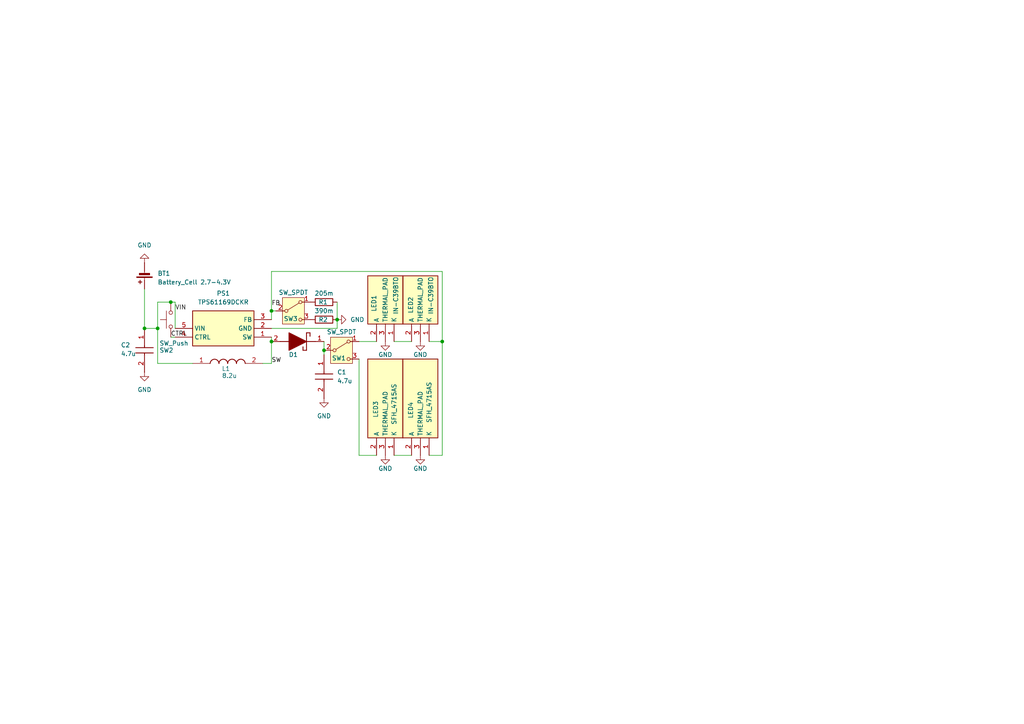
<source format=kicad_sch>
(kicad_sch
	(version 20231120)
	(generator "eeschema")
	(generator_version "8.0")
	(uuid "73a5a3b1-15cd-405f-a3ba-99b7da99a7c0")
	(paper "A4")
	(lib_symbols
		(symbol "Custom_Parts:IN-C39BTO"
			(exclude_from_sim no)
			(in_bom yes)
			(on_board yes)
			(property "Reference" "LED"
				(at 10.16 6.858 0)
				(effects
					(font
						(size 1.27 1.27)
					)
					(justify left top)
				)
			)
			(property "Value" "IN-C39BTO"
				(at 6.604 4.572 0)
				(effects
					(font
						(size 1.27 1.27)
					)
					(justify left top)
				)
			)
			(property "Footprint" "Custom_Parts:IN-C39BTOU2_Landing_Pad"
				(at 29.21 -94.92 0)
				(effects
					(font
						(size 1.27 1.27)
					)
					(justify left top)
					(hide yes)
				)
			)
			(property "Datasheet" "https://www.mouser.com/datasheet/2/180/IN_C39_X_TO_UV_Series_V1_0-1488278.pdf"
				(at 29.21 -194.92 0)
				(effects
					(font
						(size 1.27 1.27)
					)
					(justify left top)
					(hide yes)
				)
			)
			(property "Description" "High-power(5W) UV LED with Good Thermal Dissipation and High Efficiency"
				(at 18.034 -9.398 0)
				(effects
					(font
						(size 1.27 1.27)
					)
					(hide yes)
				)
			)
			(property "Height" "2.56"
				(at 29.21 -394.92 0)
				(effects
					(font
						(size 1.27 1.27)
					)
					(justify left top)
					(hide yes)
				)
			)
			(property "Mouser Part Number" "743-IN-C39BTOU2"
				(at 29.21 -494.92 0)
				(effects
					(font
						(size 1.27 1.27)
					)
					(justify left top)
					(hide yes)
				)
			)
			(property "Mouser Price/Stock" "https://www.mouser.com/ProductDetail/743-IN-C39BTOU2"
				(at 29.21 -594.92 0)
				(effects
					(font
						(size 1.27 1.27)
					)
					(justify left top)
					(hide yes)
				)
			)
			(property "Manufacturer_Name" "Inolux"
				(at 29.21 -694.92 0)
				(effects
					(font
						(size 1.27 1.27)
					)
					(justify left top)
					(hide yes)
				)
			)
			(property "Manufacturer_Part_Number" "IN-C39BTOU2"
				(at 29.21 -794.92 0)
				(effects
					(font
						(size 1.27 1.27)
					)
					(justify left top)
					(hide yes)
				)
			)
			(symbol "IN-C39BTO_1_1"
				(rectangle
					(start 5.08 2.54)
					(end 19.05 -7.62)
					(stroke
						(width 0.254)
						(type default)
					)
					(fill
						(type background)
					)
				)
				(pin passive line
					(at 0 -5.08 0)
					(length 5.08)
					(name "K"
						(effects
							(font
								(size 1.27 1.27)
							)
						)
					)
					(number "1"
						(effects
							(font
								(size 1.27 1.27)
							)
						)
					)
				)
				(pin passive line
					(at 0 0 0)
					(length 5.08)
					(name "A"
						(effects
							(font
								(size 1.27 1.27)
							)
						)
					)
					(number "2"
						(effects
							(font
								(size 1.27 1.27)
							)
						)
					)
				)
				(pin passive line
					(at 0 -2.54 0)
					(length 5.08)
					(name "THERMAL_PAD"
						(effects
							(font
								(size 1.27 1.27)
							)
						)
					)
					(number "3"
						(effects
							(font
								(size 1.27 1.27)
							)
						)
					)
				)
			)
		)
		(symbol "Device:Battery_Cell"
			(pin_numbers hide)
			(pin_names
				(offset 0) hide)
			(exclude_from_sim no)
			(in_bom yes)
			(on_board yes)
			(property "Reference" "BT"
				(at 2.54 2.54 0)
				(effects
					(font
						(size 1.27 1.27)
					)
					(justify left)
				)
			)
			(property "Value" "Battery_Cell"
				(at 2.54 0 0)
				(effects
					(font
						(size 1.27 1.27)
					)
					(justify left)
				)
			)
			(property "Footprint" ""
				(at 0 1.524 90)
				(effects
					(font
						(size 1.27 1.27)
					)
					(hide yes)
				)
			)
			(property "Datasheet" "~"
				(at 0 1.524 90)
				(effects
					(font
						(size 1.27 1.27)
					)
					(hide yes)
				)
			)
			(property "Description" "Single-cell battery"
				(at 0 0 0)
				(effects
					(font
						(size 1.27 1.27)
					)
					(hide yes)
				)
			)
			(property "ki_keywords" "battery cell"
				(at 0 0 0)
				(effects
					(font
						(size 1.27 1.27)
					)
					(hide yes)
				)
			)
			(symbol "Battery_Cell_0_1"
				(rectangle
					(start -2.286 1.778)
					(end 2.286 1.524)
					(stroke
						(width 0)
						(type default)
					)
					(fill
						(type outline)
					)
				)
				(rectangle
					(start -1.524 1.016)
					(end 1.524 0.508)
					(stroke
						(width 0)
						(type default)
					)
					(fill
						(type outline)
					)
				)
				(polyline
					(pts
						(xy 0 0.762) (xy 0 0)
					)
					(stroke
						(width 0)
						(type default)
					)
					(fill
						(type none)
					)
				)
				(polyline
					(pts
						(xy 0 1.778) (xy 0 2.54)
					)
					(stroke
						(width 0)
						(type default)
					)
					(fill
						(type none)
					)
				)
				(polyline
					(pts
						(xy 0.762 3.048) (xy 1.778 3.048)
					)
					(stroke
						(width 0.254)
						(type default)
					)
					(fill
						(type none)
					)
				)
				(polyline
					(pts
						(xy 1.27 3.556) (xy 1.27 2.54)
					)
					(stroke
						(width 0.254)
						(type default)
					)
					(fill
						(type none)
					)
				)
			)
			(symbol "Battery_Cell_1_1"
				(pin passive line
					(at 0 5.08 270)
					(length 2.54)
					(name "+"
						(effects
							(font
								(size 1.27 1.27)
							)
						)
					)
					(number "1"
						(effects
							(font
								(size 1.27 1.27)
							)
						)
					)
				)
				(pin passive line
					(at 0 -2.54 90)
					(length 2.54)
					(name "-"
						(effects
							(font
								(size 1.27 1.27)
							)
						)
					)
					(number "2"
						(effects
							(font
								(size 1.27 1.27)
							)
						)
					)
				)
			)
		)
		(symbol "Device:R"
			(pin_numbers hide)
			(pin_names
				(offset 0)
			)
			(exclude_from_sim no)
			(in_bom yes)
			(on_board yes)
			(property "Reference" "R"
				(at 2.032 0 90)
				(effects
					(font
						(size 1.27 1.27)
					)
				)
			)
			(property "Value" "R"
				(at 0 0 90)
				(effects
					(font
						(size 1.27 1.27)
					)
				)
			)
			(property "Footprint" ""
				(at -1.778 0 90)
				(effects
					(font
						(size 1.27 1.27)
					)
					(hide yes)
				)
			)
			(property "Datasheet" "~"
				(at 0 0 0)
				(effects
					(font
						(size 1.27 1.27)
					)
					(hide yes)
				)
			)
			(property "Description" "Resistor"
				(at 0 0 0)
				(effects
					(font
						(size 1.27 1.27)
					)
					(hide yes)
				)
			)
			(property "ki_keywords" "R res resistor"
				(at 0 0 0)
				(effects
					(font
						(size 1.27 1.27)
					)
					(hide yes)
				)
			)
			(property "ki_fp_filters" "R_*"
				(at 0 0 0)
				(effects
					(font
						(size 1.27 1.27)
					)
					(hide yes)
				)
			)
			(symbol "R_0_1"
				(rectangle
					(start -1.016 -2.54)
					(end 1.016 2.54)
					(stroke
						(width 0.254)
						(type default)
					)
					(fill
						(type none)
					)
				)
			)
			(symbol "R_1_1"
				(pin passive line
					(at 0 3.81 270)
					(length 1.27)
					(name "~"
						(effects
							(font
								(size 1.27 1.27)
							)
						)
					)
					(number "1"
						(effects
							(font
								(size 1.27 1.27)
							)
						)
					)
				)
				(pin passive line
					(at 0 -3.81 90)
					(length 1.27)
					(name "~"
						(effects
							(font
								(size 1.27 1.27)
							)
						)
					)
					(number "2"
						(effects
							(font
								(size 1.27 1.27)
							)
						)
					)
				)
			)
		)
		(symbol "SamacSys_Parts:74438357082"
			(pin_names hide)
			(exclude_from_sim no)
			(in_bom yes)
			(on_board yes)
			(property "Reference" "L"
				(at 16.51 6.35 0)
				(effects
					(font
						(size 1.27 1.27)
					)
					(justify left top)
				)
			)
			(property "Value" "74438357082"
				(at 16.51 3.81 0)
				(effects
					(font
						(size 1.27 1.27)
					)
					(justify left top)
				)
			)
			(property "Footprint" "74438357082"
				(at 16.51 -96.19 0)
				(effects
					(font
						(size 1.27 1.27)
					)
					(justify left top)
					(hide yes)
				)
			)
			(property "Datasheet" "https://componentsearchengine.com/Datasheets/2/74438357082.pdf"
				(at 16.51 -196.19 0)
				(effects
					(font
						(size 1.27 1.27)
					)
					(justify left top)
					(hide yes)
				)
			)
			(property "Description" "WURTH ELEKTRONIK - 74438357082 - Power Inductor (SMD), 8.2 H, 2.8 A, Shielded, 5.2 A, WE-MAPI Series, 4.1mm x 4.1mm x 3.1mm"
				(at 0 0 0)
				(effects
					(font
						(size 1.27 1.27)
					)
					(hide yes)
				)
			)
			(property "Height" "3.1"
				(at 16.51 -396.19 0)
				(effects
					(font
						(size 1.27 1.27)
					)
					(justify left top)
					(hide yes)
				)
			)
			(property "Mouser Part Number" "710-74438357082"
				(at 16.51 -496.19 0)
				(effects
					(font
						(size 1.27 1.27)
					)
					(justify left top)
					(hide yes)
				)
			)
			(property "Mouser Price/Stock" "https://www.mouser.co.uk/ProductDetail/Wurth-Elektronik/74438357082?qs=AQlKX63v8RvaY%2FvJVfZzHA%3D%3D"
				(at 16.51 -596.19 0)
				(effects
					(font
						(size 1.27 1.27)
					)
					(justify left top)
					(hide yes)
				)
			)
			(property "Manufacturer_Name" "Wurth Elektronik"
				(at 16.51 -696.19 0)
				(effects
					(font
						(size 1.27 1.27)
					)
					(justify left top)
					(hide yes)
				)
			)
			(property "Manufacturer_Part_Number" "74438357082"
				(at 16.51 -796.19 0)
				(effects
					(font
						(size 1.27 1.27)
					)
					(justify left top)
					(hide yes)
				)
			)
			(symbol "74438357082_1_1"
				(arc
					(start 7.62 0)
					(mid 6.35 1.219)
					(end 5.08 0)
					(stroke
						(width 0.254)
						(type default)
					)
					(fill
						(type none)
					)
				)
				(arc
					(start 10.16 0)
					(mid 8.89 1.219)
					(end 7.62 0)
					(stroke
						(width 0.254)
						(type default)
					)
					(fill
						(type none)
					)
				)
				(arc
					(start 12.7 0)
					(mid 11.43 1.219)
					(end 10.16 0)
					(stroke
						(width 0.254)
						(type default)
					)
					(fill
						(type none)
					)
				)
				(arc
					(start 15.24 0)
					(mid 13.97 1.219)
					(end 12.7 0)
					(stroke
						(width 0.254)
						(type default)
					)
					(fill
						(type none)
					)
				)
				(pin passive line
					(at 0 0 0)
					(length 5.08)
					(name "1"
						(effects
							(font
								(size 1.27 1.27)
							)
						)
					)
					(number "1"
						(effects
							(font
								(size 1.27 1.27)
							)
						)
					)
				)
				(pin passive line
					(at 20.32 0 180)
					(length 5.08)
					(name "2"
						(effects
							(font
								(size 1.27 1.27)
							)
						)
					)
					(number "2"
						(effects
							(font
								(size 1.27 1.27)
							)
						)
					)
				)
			)
		)
		(symbol "SamacSys_Parts:CL21A475KAQNNNE"
			(pin_names hide)
			(exclude_from_sim no)
			(in_bom yes)
			(on_board yes)
			(property "Reference" "C"
				(at 8.89 6.35 0)
				(effects
					(font
						(size 1.27 1.27)
					)
					(justify left top)
				)
			)
			(property "Value" "CL21A475KAQNNNE"
				(at 8.89 3.81 0)
				(effects
					(font
						(size 1.27 1.27)
					)
					(justify left top)
				)
			)
			(property "Footprint" "CAPC2012X140N"
				(at 8.89 -96.19 0)
				(effects
					(font
						(size 1.27 1.27)
					)
					(justify left top)
					(hide yes)
				)
			)
			(property "Datasheet" "https://datasheet.datasheetarchive.com/originals/distributors/Datasheets_SAMA/7c2e9fae61a8ce6685f6522ddec12c79.pdf"
				(at 8.89 -196.19 0)
				(effects
					(font
						(size 1.27 1.27)
					)
					(justify left top)
					(hide yes)
				)
			)
			(property "Description" "SAMSUNG ELECTRO-MECHANICS - CL21A475KAQNNNE - CAP, 4.7UF, 25V, MLCC, 0805"
				(at 0 0 0)
				(effects
					(font
						(size 1.27 1.27)
					)
					(hide yes)
				)
			)
			(property "Height" "1.4"
				(at 8.89 -396.19 0)
				(effects
					(font
						(size 1.27 1.27)
					)
					(justify left top)
					(hide yes)
				)
			)
			(property "Mouser Part Number" "187-CL21A475KAQNNNE"
				(at 8.89 -496.19 0)
				(effects
					(font
						(size 1.27 1.27)
					)
					(justify left top)
					(hide yes)
				)
			)
			(property "Mouser Price/Stock" "https://www.mouser.co.uk/ProductDetail/Samsung-Electro-Mechanics/CL21A475KAQNNNE?qs=yOVawPpwOwkWIBpK%2Fbg0Aw%3D%3D"
				(at 8.89 -596.19 0)
				(effects
					(font
						(size 1.27 1.27)
					)
					(justify left top)
					(hide yes)
				)
			)
			(property "Manufacturer_Name" "SAMSUNG"
				(at 8.89 -696.19 0)
				(effects
					(font
						(size 1.27 1.27)
					)
					(justify left top)
					(hide yes)
				)
			)
			(property "Manufacturer_Part_Number" "CL21A475KAQNNNE"
				(at 8.89 -796.19 0)
				(effects
					(font
						(size 1.27 1.27)
					)
					(justify left top)
					(hide yes)
				)
			)
			(symbol "CL21A475KAQNNNE_1_1"
				(polyline
					(pts
						(xy 5.08 0) (xy 5.588 0)
					)
					(stroke
						(width 0.254)
						(type default)
					)
					(fill
						(type none)
					)
				)
				(polyline
					(pts
						(xy 5.588 2.54) (xy 5.588 -2.54)
					)
					(stroke
						(width 0.254)
						(type default)
					)
					(fill
						(type none)
					)
				)
				(polyline
					(pts
						(xy 7.112 0) (xy 7.62 0)
					)
					(stroke
						(width 0.254)
						(type default)
					)
					(fill
						(type none)
					)
				)
				(polyline
					(pts
						(xy 7.112 2.54) (xy 7.112 -2.54)
					)
					(stroke
						(width 0.254)
						(type default)
					)
					(fill
						(type none)
					)
				)
				(pin passive line
					(at 0 0 0)
					(length 5.08)
					(name "1"
						(effects
							(font
								(size 1.27 1.27)
							)
						)
					)
					(number "1"
						(effects
							(font
								(size 1.27 1.27)
							)
						)
					)
				)
				(pin passive line
					(at 12.7 0 180)
					(length 5.08)
					(name "2"
						(effects
							(font
								(size 1.27 1.27)
							)
						)
					)
					(number "2"
						(effects
							(font
								(size 1.27 1.27)
							)
						)
					)
				)
			)
		)
		(symbol "SamacSys_Parts:CUHS20S30,H3F"
			(pin_names hide)
			(exclude_from_sim no)
			(in_bom yes)
			(on_board yes)
			(property "Reference" "D"
				(at 12.7 8.89 0)
				(effects
					(font
						(size 1.27 1.27)
					)
					(justify left top)
				)
			)
			(property "Value" "CUHS20S30,H3F"
				(at 12.7 6.35 0)
				(effects
					(font
						(size 1.27 1.27)
					)
					(justify left top)
				)
			)
			(property "Footprint" "CUHS20S40H3F"
				(at 12.7 -93.65 0)
				(effects
					(font
						(size 1.27 1.27)
					)
					(justify left top)
					(hide yes)
				)
			)
			(property "Datasheet" "https://toshiba.semicon-storage.com/info/docget.jsp?did=63606&prodName=CUHS20S30"
				(at 12.7 -193.65 0)
				(effects
					(font
						(size 1.27 1.27)
					)
					(justify left top)
					(hide yes)
				)
			)
			(property "Description" "Schottky Diodes & Rectifiers Sml-Signal Schottky 2A 30V 390pF"
				(at 0 0 0)
				(effects
					(font
						(size 1.27 1.27)
					)
					(hide yes)
				)
			)
			(property "Height" ""
				(at 12.7 -393.65 0)
				(effects
					(font
						(size 1.27 1.27)
					)
					(justify left top)
					(hide yes)
				)
			)
			(property "Mouser Part Number" "757-CUHS20S30H3F"
				(at 12.7 -493.65 0)
				(effects
					(font
						(size 1.27 1.27)
					)
					(justify left top)
					(hide yes)
				)
			)
			(property "Mouser Price/Stock" "https://www.mouser.co.uk/ProductDetail/Toshiba/CUHS20S30H3F?qs=PqoDHHvF64%252BnIC9Qnnw9zg%3D%3D"
				(at 12.7 -593.65 0)
				(effects
					(font
						(size 1.27 1.27)
					)
					(justify left top)
					(hide yes)
				)
			)
			(property "Manufacturer_Name" "Toshiba"
				(at 12.7 -693.65 0)
				(effects
					(font
						(size 1.27 1.27)
					)
					(justify left top)
					(hide yes)
				)
			)
			(property "Manufacturer_Part_Number" "CUHS20S30,H3F"
				(at 12.7 -793.65 0)
				(effects
					(font
						(size 1.27 1.27)
					)
					(justify left top)
					(hide yes)
				)
			)
			(symbol "CUHS20S30,H3F_1_1"
				(polyline
					(pts
						(xy 5.08 0) (xy 7.62 0)
					)
					(stroke
						(width 0.254)
						(type default)
					)
					(fill
						(type none)
					)
				)
				(polyline
					(pts
						(xy 6.604 -1.524) (xy 6.604 -2.54)
					)
					(stroke
						(width 0.254)
						(type default)
					)
					(fill
						(type none)
					)
				)
				(polyline
					(pts
						(xy 7.62 -2.54) (xy 6.604 -2.54)
					)
					(stroke
						(width 0.254)
						(type default)
					)
					(fill
						(type none)
					)
				)
				(polyline
					(pts
						(xy 7.62 2.54) (xy 7.62 -2.54)
					)
					(stroke
						(width 0.254)
						(type default)
					)
					(fill
						(type none)
					)
				)
				(polyline
					(pts
						(xy 7.62 2.54) (xy 8.636 2.54)
					)
					(stroke
						(width 0.254)
						(type default)
					)
					(fill
						(type none)
					)
				)
				(polyline
					(pts
						(xy 8.636 1.524) (xy 8.636 2.54)
					)
					(stroke
						(width 0.254)
						(type default)
					)
					(fill
						(type none)
					)
				)
				(polyline
					(pts
						(xy 12.7 0) (xy 15.24 0)
					)
					(stroke
						(width 0.254)
						(type default)
					)
					(fill
						(type none)
					)
				)
				(polyline
					(pts
						(xy 7.62 0) (xy 12.7 2.54) (xy 12.7 -2.54) (xy 7.62 0)
					)
					(stroke
						(width 0.254)
						(type default)
					)
					(fill
						(type outline)
					)
				)
				(pin passive line
					(at 2.54 0 0)
					(length 2.54)
					(name "K"
						(effects
							(font
								(size 1.27 1.27)
							)
						)
					)
					(number "1"
						(effects
							(font
								(size 1.27 1.27)
							)
						)
					)
				)
				(pin passive line
					(at 17.78 0 180)
					(length 2.54)
					(name "A"
						(effects
							(font
								(size 1.27 1.27)
							)
						)
					)
					(number "2"
						(effects
							(font
								(size 1.27 1.27)
							)
						)
					)
				)
			)
		)
		(symbol "SamacSys_Parts:SFH_4715AS"
			(exclude_from_sim no)
			(in_bom yes)
			(on_board yes)
			(property "Reference" "LED"
				(at 29.21 7.62 0)
				(effects
					(font
						(size 1.27 1.27)
					)
					(justify left top)
				)
			)
			(property "Value" "SFH_4715AS"
				(at 29.21 5.08 0)
				(effects
					(font
						(size 1.27 1.27)
					)
					(justify left top)
				)
			)
			(property "Footprint" "SFH_4715AS"
				(at 29.21 -94.92 0)
				(effects
					(font
						(size 1.27 1.27)
					)
					(justify left top)
					(hide yes)
				)
			)
			(property "Datasheet" "https://datasheet.datasheetarchive.com/originals/distributors/DKDS41/DSANUWW0036947.pdf"
				(at 29.21 -194.92 0)
				(effects
					(font
						(size 1.27 1.27)
					)
					(justify left top)
					(hide yes)
				)
			)
			(property "Description" "Osram Opto SFH 4715AS, OSLON Black 860nm IR LED, 3.85 x 3.85 mm SMD package"
				(at 0 0 0)
				(effects
					(font
						(size 1.27 1.27)
					)
					(hide yes)
				)
			)
			(property "Height" "1.51"
				(at 29.21 -394.92 0)
				(effects
					(font
						(size 1.27 1.27)
					)
					(justify left top)
					(hide yes)
				)
			)
			(property "Mouser Part Number" "720-SFH4715AS"
				(at 29.21 -494.92 0)
				(effects
					(font
						(size 1.27 1.27)
					)
					(justify left top)
					(hide yes)
				)
			)
			(property "Mouser Price/Stock" "https://www.mouser.co.uk/ProductDetail/ams-OSRAM/SFH-4715AS?qs=SzIX745sIXGcHIuWuiIgFw%3D%3D"
				(at 29.21 -594.92 0)
				(effects
					(font
						(size 1.27 1.27)
					)
					(justify left top)
					(hide yes)
				)
			)
			(property "Manufacturer_Name" "ams OSRAM"
				(at 29.21 -694.92 0)
				(effects
					(font
						(size 1.27 1.27)
					)
					(justify left top)
					(hide yes)
				)
			)
			(property "Manufacturer_Part_Number" "SFH 4715AS"
				(at 29.21 -794.92 0)
				(effects
					(font
						(size 1.27 1.27)
					)
					(justify left top)
					(hide yes)
				)
			)
			(symbol "SFH_4715AS_1_1"
				(rectangle
					(start 5.08 2.54)
					(end 27.94 -7.62)
					(stroke
						(width 0.254)
						(type default)
					)
					(fill
						(type background)
					)
				)
				(pin passive line
					(at 0 -5.08 0)
					(length 5.08)
					(name "K"
						(effects
							(font
								(size 1.27 1.27)
							)
						)
					)
					(number "1"
						(effects
							(font
								(size 1.27 1.27)
							)
						)
					)
				)
				(pin passive line
					(at 0 0 0)
					(length 5.08)
					(name "A"
						(effects
							(font
								(size 1.27 1.27)
							)
						)
					)
					(number "2"
						(effects
							(font
								(size 1.27 1.27)
							)
						)
					)
				)
				(pin passive line
					(at 0 -2.54 0)
					(length 5.08)
					(name "THERMAL_PAD"
						(effects
							(font
								(size 1.27 1.27)
							)
						)
					)
					(number "3"
						(effects
							(font
								(size 1.27 1.27)
							)
						)
					)
				)
			)
		)
		(symbol "SamacSys_Parts:TPS61169DCKR"
			(exclude_from_sim no)
			(in_bom yes)
			(on_board yes)
			(property "Reference" "PS"
				(at 24.13 7.62 0)
				(effects
					(font
						(size 1.27 1.27)
					)
					(justify left top)
				)
			)
			(property "Value" "TPS61169DCKR"
				(at 24.13 5.08 0)
				(effects
					(font
						(size 1.27 1.27)
					)
					(justify left top)
				)
			)
			(property "Footprint" "SOT65P210X110-5N"
				(at 24.13 -94.92 0)
				(effects
					(font
						(size 1.27 1.27)
					)
					(justify left top)
					(hide yes)
				)
			)
			(property "Datasheet" "http://www.ti.com/lit/gpn/tps61169"
				(at 24.13 -194.92 0)
				(effects
					(font
						(size 1.27 1.27)
					)
					(justify left top)
					(hide yes)
				)
			)
			(property "Description" "TPS61169 38-V High-Current Boost WLED Driver "
				(at 0 0 0)
				(effects
					(font
						(size 1.27 1.27)
					)
					(hide yes)
				)
			)
			(property "Height" "1.1"
				(at 24.13 -394.92 0)
				(effects
					(font
						(size 1.27 1.27)
					)
					(justify left top)
					(hide yes)
				)
			)
			(property "Mouser Part Number" "595-TPS61169DCKR"
				(at 24.13 -494.92 0)
				(effects
					(font
						(size 1.27 1.27)
					)
					(justify left top)
					(hide yes)
				)
			)
			(property "Mouser Price/Stock" "https://www.mouser.co.uk/ProductDetail/Texas-Instruments/TPS61169DCKR?qs=pqSajtDZXRUDQbMtko%2F5HQ%3D%3D"
				(at 24.13 -594.92 0)
				(effects
					(font
						(size 1.27 1.27)
					)
					(justify left top)
					(hide yes)
				)
			)
			(property "Manufacturer_Name" "Texas Instruments"
				(at 24.13 -694.92 0)
				(effects
					(font
						(size 1.27 1.27)
					)
					(justify left top)
					(hide yes)
				)
			)
			(property "Manufacturer_Part_Number" "TPS61169DCKR"
				(at 24.13 -794.92 0)
				(effects
					(font
						(size 1.27 1.27)
					)
					(justify left top)
					(hide yes)
				)
			)
			(symbol "TPS61169DCKR_1_1"
				(rectangle
					(start 5.08 2.54)
					(end 22.86 -7.62)
					(stroke
						(width 0.254)
						(type default)
					)
					(fill
						(type background)
					)
				)
				(pin output line
					(at 0 0 0)
					(length 5.08)
					(name "SW"
						(effects
							(font
								(size 1.27 1.27)
							)
						)
					)
					(number "1"
						(effects
							(font
								(size 1.27 1.27)
							)
						)
					)
				)
				(pin power_in line
					(at 0 -2.54 0)
					(length 5.08)
					(name "GND"
						(effects
							(font
								(size 1.27 1.27)
							)
						)
					)
					(number "2"
						(effects
							(font
								(size 1.27 1.27)
							)
						)
					)
				)
				(pin input line
					(at 0 -5.08 0)
					(length 5.08)
					(name "FB"
						(effects
							(font
								(size 1.27 1.27)
							)
						)
					)
					(number "3"
						(effects
							(font
								(size 1.27 1.27)
							)
						)
					)
				)
				(pin input line
					(at 27.94 0 180)
					(length 5.08)
					(name "CTRL"
						(effects
							(font
								(size 1.27 1.27)
							)
						)
					)
					(number "4"
						(effects
							(font
								(size 1.27 1.27)
							)
						)
					)
				)
				(pin power_in line
					(at 27.94 -2.54 180)
					(length 5.08)
					(name "VIN"
						(effects
							(font
								(size 1.27 1.27)
							)
						)
					)
					(number "5"
						(effects
							(font
								(size 1.27 1.27)
							)
						)
					)
				)
			)
		)
		(symbol "Switch:SW_Push"
			(pin_numbers hide)
			(pin_names
				(offset 1.016) hide)
			(exclude_from_sim no)
			(in_bom yes)
			(on_board yes)
			(property "Reference" "SW"
				(at 1.27 2.54 0)
				(effects
					(font
						(size 1.27 1.27)
					)
					(justify left)
				)
			)
			(property "Value" "SW_Push"
				(at 0 -1.524 0)
				(effects
					(font
						(size 1.27 1.27)
					)
				)
			)
			(property "Footprint" ""
				(at 0 5.08 0)
				(effects
					(font
						(size 1.27 1.27)
					)
					(hide yes)
				)
			)
			(property "Datasheet" "~"
				(at 0 5.08 0)
				(effects
					(font
						(size 1.27 1.27)
					)
					(hide yes)
				)
			)
			(property "Description" "Push button switch, generic, two pins"
				(at 0 0 0)
				(effects
					(font
						(size 1.27 1.27)
					)
					(hide yes)
				)
			)
			(property "ki_keywords" "switch normally-open pushbutton push-button"
				(at 0 0 0)
				(effects
					(font
						(size 1.27 1.27)
					)
					(hide yes)
				)
			)
			(symbol "SW_Push_0_1"
				(circle
					(center -2.032 0)
					(radius 0.508)
					(stroke
						(width 0)
						(type default)
					)
					(fill
						(type none)
					)
				)
				(polyline
					(pts
						(xy 0 1.27) (xy 0 3.048)
					)
					(stroke
						(width 0)
						(type default)
					)
					(fill
						(type none)
					)
				)
				(polyline
					(pts
						(xy 2.54 1.27) (xy -2.54 1.27)
					)
					(stroke
						(width 0)
						(type default)
					)
					(fill
						(type none)
					)
				)
				(circle
					(center 2.032 0)
					(radius 0.508)
					(stroke
						(width 0)
						(type default)
					)
					(fill
						(type none)
					)
				)
				(pin passive line
					(at -5.08 0 0)
					(length 2.54)
					(name "1"
						(effects
							(font
								(size 1.27 1.27)
							)
						)
					)
					(number "1"
						(effects
							(font
								(size 1.27 1.27)
							)
						)
					)
				)
				(pin passive line
					(at 5.08 0 180)
					(length 2.54)
					(name "2"
						(effects
							(font
								(size 1.27 1.27)
							)
						)
					)
					(number "2"
						(effects
							(font
								(size 1.27 1.27)
							)
						)
					)
				)
			)
		)
		(symbol "Switch:SW_SPDT"
			(pin_names
				(offset 0) hide)
			(exclude_from_sim no)
			(in_bom yes)
			(on_board yes)
			(property "Reference" "SW"
				(at 0 5.08 0)
				(effects
					(font
						(size 1.27 1.27)
					)
				)
			)
			(property "Value" "SW_SPDT"
				(at 0 -5.08 0)
				(effects
					(font
						(size 1.27 1.27)
					)
				)
			)
			(property "Footprint" ""
				(at 0 0 0)
				(effects
					(font
						(size 1.27 1.27)
					)
					(hide yes)
				)
			)
			(property "Datasheet" "~"
				(at 0 -7.62 0)
				(effects
					(font
						(size 1.27 1.27)
					)
					(hide yes)
				)
			)
			(property "Description" "Switch, single pole double throw"
				(at 0 0 0)
				(effects
					(font
						(size 1.27 1.27)
					)
					(hide yes)
				)
			)
			(property "ki_keywords" "switch single-pole double-throw spdt ON-ON"
				(at 0 0 0)
				(effects
					(font
						(size 1.27 1.27)
					)
					(hide yes)
				)
			)
			(symbol "SW_SPDT_0_1"
				(circle
					(center -2.032 0)
					(radius 0.4572)
					(stroke
						(width 0)
						(type default)
					)
					(fill
						(type none)
					)
				)
				(polyline
					(pts
						(xy -1.651 0.254) (xy 1.651 2.286)
					)
					(stroke
						(width 0)
						(type default)
					)
					(fill
						(type none)
					)
				)
				(circle
					(center 2.032 -2.54)
					(radius 0.4572)
					(stroke
						(width 0)
						(type default)
					)
					(fill
						(type none)
					)
				)
				(circle
					(center 2.032 2.54)
					(radius 0.4572)
					(stroke
						(width 0)
						(type default)
					)
					(fill
						(type none)
					)
				)
			)
			(symbol "SW_SPDT_1_1"
				(rectangle
					(start -3.175 3.81)
					(end 3.175 -3.81)
					(stroke
						(width 0)
						(type default)
					)
					(fill
						(type background)
					)
				)
				(pin passive line
					(at 5.08 2.54 180)
					(length 2.54)
					(name "A"
						(effects
							(font
								(size 1.27 1.27)
							)
						)
					)
					(number "1"
						(effects
							(font
								(size 1.27 1.27)
							)
						)
					)
				)
				(pin passive line
					(at -5.08 0 0)
					(length 2.54)
					(name "B"
						(effects
							(font
								(size 1.27 1.27)
							)
						)
					)
					(number "2"
						(effects
							(font
								(size 1.27 1.27)
							)
						)
					)
				)
				(pin passive line
					(at 5.08 -2.54 180)
					(length 2.54)
					(name "C"
						(effects
							(font
								(size 1.27 1.27)
							)
						)
					)
					(number "3"
						(effects
							(font
								(size 1.27 1.27)
							)
						)
					)
				)
			)
		)
		(symbol "power:GND"
			(power)
			(pin_numbers hide)
			(pin_names
				(offset 0) hide)
			(exclude_from_sim no)
			(in_bom yes)
			(on_board yes)
			(property "Reference" "#PWR"
				(at 0 -6.35 0)
				(effects
					(font
						(size 1.27 1.27)
					)
					(hide yes)
				)
			)
			(property "Value" "GND"
				(at 0 -3.81 0)
				(effects
					(font
						(size 1.27 1.27)
					)
				)
			)
			(property "Footprint" ""
				(at 0 0 0)
				(effects
					(font
						(size 1.27 1.27)
					)
					(hide yes)
				)
			)
			(property "Datasheet" ""
				(at 0 0 0)
				(effects
					(font
						(size 1.27 1.27)
					)
					(hide yes)
				)
			)
			(property "Description" "Power symbol creates a global label with name \"GND\" , ground"
				(at 0 0 0)
				(effects
					(font
						(size 1.27 1.27)
					)
					(hide yes)
				)
			)
			(property "ki_keywords" "global power"
				(at 0 0 0)
				(effects
					(font
						(size 1.27 1.27)
					)
					(hide yes)
				)
			)
			(symbol "GND_0_1"
				(polyline
					(pts
						(xy 0 0) (xy 0 -1.27) (xy 1.27 -1.27) (xy 0 -2.54) (xy -1.27 -1.27) (xy 0 -1.27)
					)
					(stroke
						(width 0)
						(type default)
					)
					(fill
						(type none)
					)
				)
			)
			(symbol "GND_1_1"
				(pin power_in line
					(at 0 0 270)
					(length 0)
					(name "~"
						(effects
							(font
								(size 1.27 1.27)
							)
						)
					)
					(number "1"
						(effects
							(font
								(size 1.27 1.27)
							)
						)
					)
				)
			)
		)
	)
	(junction
		(at 78.74 90.17)
		(diameter 0)
		(color 0 0 0 0)
		(uuid "25649365-3fc3-4d54-9e33-f6ac1d398e4e")
	)
	(junction
		(at 97.79 92.71)
		(diameter 0)
		(color 0 0 0 0)
		(uuid "2ec4896b-3028-4ff6-ab7d-5216aba124f2")
	)
	(junction
		(at 41.91 95.25)
		(diameter 0)
		(color 0 0 0 0)
		(uuid "b9451398-9a1e-4a91-b2dc-ae6647a7cbb3")
	)
	(junction
		(at 49.53 87.63)
		(diameter 0)
		(color 0 0 0 0)
		(uuid "c0b6189a-bb40-457e-b51a-4e1d5b6fec69")
	)
	(junction
		(at 93.98 101.6)
		(diameter 0)
		(color 0 0 0 0)
		(uuid "c700e87b-9906-4e41-bcb9-58f4752281aa")
	)
	(junction
		(at 128.27 99.06)
		(diameter 0)
		(color 0 0 0 0)
		(uuid "d948d969-2964-4cd2-b621-9c4766149c0d")
	)
	(junction
		(at 45.72 95.25)
		(diameter 0)
		(color 0 0 0 0)
		(uuid "daf1feef-0565-43f1-bfe0-3569c0d5d70b")
	)
	(junction
		(at 78.74 99.06)
		(diameter 0)
		(color 0 0 0 0)
		(uuid "ee13aeb1-f5a2-4a5d-ac0f-b33f8713d507")
	)
	(wire
		(pts
			(xy 128.27 99.06) (xy 128.27 132.08)
		)
		(stroke
			(width 0)
			(type default)
		)
		(uuid "007bffbe-e186-41af-8061-4b27eda96df1")
	)
	(wire
		(pts
			(xy 78.74 95.25) (xy 97.79 95.25)
		)
		(stroke
			(width 0)
			(type default)
		)
		(uuid "054e2be3-1562-4881-958b-735355355651")
	)
	(wire
		(pts
			(xy 78.74 99.06) (xy 78.74 105.41)
		)
		(stroke
			(width 0)
			(type default)
		)
		(uuid "11e5ebd3-a1a8-4c6e-bb4a-c45a3ef9fe3c")
	)
	(wire
		(pts
			(xy 124.46 99.06) (xy 128.27 99.06)
		)
		(stroke
			(width 0)
			(type default)
		)
		(uuid "13c4f899-acc5-4681-ba7f-0fe2cd31c68b")
	)
	(wire
		(pts
			(xy 55.88 105.41) (xy 45.72 105.41)
		)
		(stroke
			(width 0)
			(type default)
		)
		(uuid "143d8f15-974a-4c37-9493-d66d51c164ca")
	)
	(wire
		(pts
			(xy 76.2 105.41) (xy 78.74 105.41)
		)
		(stroke
			(width 0)
			(type default)
		)
		(uuid "2022e32c-ac9f-497b-a83b-c1037d20b39e")
	)
	(wire
		(pts
			(xy 128.27 132.08) (xy 124.46 132.08)
		)
		(stroke
			(width 0)
			(type default)
		)
		(uuid "22ebf596-86b8-45ba-96eb-1cbf22653081")
	)
	(wire
		(pts
			(xy 104.14 132.08) (xy 109.22 132.08)
		)
		(stroke
			(width 0)
			(type default)
		)
		(uuid "2d8e6735-6a70-4daf-ac8c-d6018962473b")
	)
	(wire
		(pts
			(xy 41.91 95.25) (xy 45.72 95.25)
		)
		(stroke
			(width 0)
			(type default)
		)
		(uuid "31f45dd2-261b-40d1-a9c2-bccb12b09faa")
	)
	(wire
		(pts
			(xy 49.53 97.79) (xy 50.8 97.79)
		)
		(stroke
			(width 0)
			(type default)
		)
		(uuid "324807a5-f569-4e93-89b1-cad722a7786a")
	)
	(wire
		(pts
			(xy 128.27 78.74) (xy 78.74 78.74)
		)
		(stroke
			(width 0)
			(type default)
		)
		(uuid "363467e3-923c-47d6-8c6c-37f22a4bb344")
	)
	(wire
		(pts
			(xy 45.72 87.63) (xy 45.72 95.25)
		)
		(stroke
			(width 0)
			(type default)
		)
		(uuid "3922a608-2bbc-4c50-b27b-baa1201fe1da")
	)
	(wire
		(pts
			(xy 78.74 90.17) (xy 78.74 92.71)
		)
		(stroke
			(width 0)
			(type default)
		)
		(uuid "3c23816c-b9dd-4931-9ae8-1ebb3e49451d")
	)
	(wire
		(pts
			(xy 114.3 132.08) (xy 119.38 132.08)
		)
		(stroke
			(width 0)
			(type default)
		)
		(uuid "4b3792b6-e6f5-468c-855a-1a593d08284f")
	)
	(wire
		(pts
			(xy 45.72 95.25) (xy 45.72 105.41)
		)
		(stroke
			(width 0)
			(type default)
		)
		(uuid "6ae3aef6-a80b-4413-96f1-4e4953797e10")
	)
	(wire
		(pts
			(xy 45.72 87.63) (xy 49.53 87.63)
		)
		(stroke
			(width 0)
			(type default)
		)
		(uuid "701559a3-8b83-4db0-9351-947e89dff7e4")
	)
	(wire
		(pts
			(xy 41.91 83.82) (xy 41.91 95.25)
		)
		(stroke
			(width 0)
			(type default)
		)
		(uuid "8d1861c3-4aae-45da-aacf-0add6fe2d33b")
	)
	(wire
		(pts
			(xy 97.79 87.63) (xy 97.79 92.71)
		)
		(stroke
			(width 0)
			(type default)
		)
		(uuid "9ffb2654-24b5-49fd-b198-6c802b419e9d")
	)
	(wire
		(pts
			(xy 114.3 99.06) (xy 119.38 99.06)
		)
		(stroke
			(width 0)
			(type default)
		)
		(uuid "a0449742-2984-4d4e-ae7d-451626baf423")
	)
	(wire
		(pts
			(xy 49.53 87.63) (xy 50.8 87.63)
		)
		(stroke
			(width 0)
			(type default)
		)
		(uuid "a6324821-a3a4-41fa-96cb-cd2c042dfe66")
	)
	(wire
		(pts
			(xy 78.74 90.17) (xy 80.01 90.17)
		)
		(stroke
			(width 0)
			(type default)
		)
		(uuid "a84495df-d98c-4a89-b1b0-cf657472f193")
	)
	(wire
		(pts
			(xy 78.74 99.06) (xy 78.74 97.79)
		)
		(stroke
			(width 0)
			(type default)
		)
		(uuid "c6854b17-7c39-42c5-8ead-1aea69ec9b3b")
	)
	(wire
		(pts
			(xy 50.8 87.63) (xy 50.8 95.25)
		)
		(stroke
			(width 0)
			(type default)
		)
		(uuid "c9eae68a-3bf8-4407-94dc-28808b134bd7")
	)
	(wire
		(pts
			(xy 104.14 99.06) (xy 109.22 99.06)
		)
		(stroke
			(width 0)
			(type default)
		)
		(uuid "d3e48030-8aa5-4868-b6b2-e2e4b59e41e9")
	)
	(wire
		(pts
			(xy 93.98 102.87) (xy 93.98 101.6)
		)
		(stroke
			(width 0)
			(type default)
		)
		(uuid "d558e5b2-3b39-4da2-ab9b-9538e5f27535")
	)
	(wire
		(pts
			(xy 97.79 95.25) (xy 97.79 92.71)
		)
		(stroke
			(width 0)
			(type default)
		)
		(uuid "dbb61c6e-aa48-4052-b848-6335367c19ba")
	)
	(wire
		(pts
			(xy 128.27 99.06) (xy 128.27 78.74)
		)
		(stroke
			(width 0)
			(type default)
		)
		(uuid "dcb47025-d1bd-4dff-9926-7b61061e2af6")
	)
	(wire
		(pts
			(xy 104.14 104.14) (xy 104.14 132.08)
		)
		(stroke
			(width 0)
			(type default)
		)
		(uuid "e5f5768a-4bbd-401c-94fd-daf309ce85e6")
	)
	(wire
		(pts
			(xy 93.98 101.6) (xy 93.98 99.06)
		)
		(stroke
			(width 0)
			(type default)
		)
		(uuid "f2f7a14d-b1ea-4dc2-bb35-da6dad716d48")
	)
	(wire
		(pts
			(xy 78.74 78.74) (xy 78.74 90.17)
		)
		(stroke
			(width 0)
			(type default)
		)
		(uuid "ff35b9f4-cb0e-4134-85a5-292158c00ff8")
	)
	(label "VIN"
		(at 50.8 90.17 0)
		(fields_autoplaced yes)
		(effects
			(font
				(size 1.27 1.27)
			)
			(justify left bottom)
		)
		(uuid "08f594d9-5654-44ce-8bc4-e20ec56406e4")
	)
	(label "SW"
		(at 78.74 105.41 0)
		(fields_autoplaced yes)
		(effects
			(font
				(size 1.27 1.27)
			)
			(justify left bottom)
		)
		(uuid "25df52cf-4b39-45a6-9322-5fb09d6ca874")
	)
	(label "FB"
		(at 78.74 88.9 0)
		(fields_autoplaced yes)
		(effects
			(font
				(size 1.27 1.27)
			)
			(justify left bottom)
		)
		(uuid "cff0ff3e-741c-4361-96f3-7ded3e93e22a")
	)
	(label "CTRL"
		(at 49.53 97.79 0)
		(fields_autoplaced yes)
		(effects
			(font
				(size 1.27 1.27)
			)
			(justify left bottom)
		)
		(uuid "d6f5769c-56b0-4eea-9c45-c906cfefb5c0")
	)
	(symbol
		(lib_id "power:GND")
		(at 111.76 99.06 0)
		(unit 1)
		(exclude_from_sim no)
		(in_bom yes)
		(on_board yes)
		(dnp no)
		(uuid "1e733994-e8e5-4969-9821-a01df99c4855")
		(property "Reference" "#PWR04"
			(at 111.76 105.41 0)
			(effects
				(font
					(size 1.27 1.27)
				)
				(hide yes)
			)
		)
		(property "Value" "GND"
			(at 111.76 102.87 0)
			(effects
				(font
					(size 1.27 1.27)
				)
			)
		)
		(property "Footprint" ""
			(at 111.76 99.06 0)
			(effects
				(font
					(size 1.27 1.27)
				)
				(hide yes)
			)
		)
		(property "Datasheet" ""
			(at 111.76 99.06 0)
			(effects
				(font
					(size 1.27 1.27)
				)
				(hide yes)
			)
		)
		(property "Description" "Power symbol creates a global label with name \"GND\" , ground"
			(at 111.76 99.06 0)
			(effects
				(font
					(size 1.27 1.27)
				)
				(hide yes)
			)
		)
		(pin "1"
			(uuid "a6e85a87-3ba3-4dd8-9ad0-28234cdbd37f")
		)
		(instances
			(project "Flashlight"
				(path "/73a5a3b1-15cd-405f-a3ba-99b7da99a7c0"
					(reference "#PWR04")
					(unit 1)
				)
			)
		)
	)
	(symbol
		(lib_id "power:GND")
		(at 97.79 92.71 90)
		(unit 1)
		(exclude_from_sim no)
		(in_bom yes)
		(on_board yes)
		(dnp no)
		(fields_autoplaced yes)
		(uuid "26777dc5-cd9f-4f96-9f5f-1c83c0d3c862")
		(property "Reference" "#PWR02"
			(at 104.14 92.71 0)
			(effects
				(font
					(size 1.27 1.27)
				)
				(hide yes)
			)
		)
		(property "Value" "GND"
			(at 101.6 92.7099 90)
			(effects
				(font
					(size 1.27 1.27)
				)
				(justify right)
			)
		)
		(property "Footprint" ""
			(at 97.79 92.71 0)
			(effects
				(font
					(size 1.27 1.27)
				)
				(hide yes)
			)
		)
		(property "Datasheet" ""
			(at 97.79 92.71 0)
			(effects
				(font
					(size 1.27 1.27)
				)
				(hide yes)
			)
		)
		(property "Description" "Power symbol creates a global label with name \"GND\" , ground"
			(at 97.79 92.71 0)
			(effects
				(font
					(size 1.27 1.27)
				)
				(hide yes)
			)
		)
		(pin "1"
			(uuid "3ad2f8a6-5522-4d2d-86fb-243d589ada3e")
		)
		(instances
			(project "Flashlight"
				(path "/73a5a3b1-15cd-405f-a3ba-99b7da99a7c0"
					(reference "#PWR02")
					(unit 1)
				)
			)
		)
	)
	(symbol
		(lib_id "SamacSys_Parts:CL21A475KAQNNNE")
		(at 93.98 102.87 270)
		(unit 1)
		(exclude_from_sim no)
		(in_bom yes)
		(on_board yes)
		(dnp no)
		(uuid "34641732-a2c3-4ba8-bf39-b19c3982919d")
		(property "Reference" "C1"
			(at 97.79 107.9499 90)
			(effects
				(font
					(size 1.27 1.27)
				)
				(justify left)
			)
		)
		(property "Value" "4.7u"
			(at 97.79 110.4899 90)
			(effects
				(font
					(size 1.27 1.27)
				)
				(justify left)
			)
		)
		(property "Footprint" "SamacSys_Parts:CAPC2012X140N"
			(at -2.21 111.76 0)
			(effects
				(font
					(size 1.27 1.27)
				)
				(justify left top)
				(hide yes)
			)
		)
		(property "Datasheet" "https://datasheet.datasheetarchive.com/originals/distributors/Datasheets_SAMA/7c2e9fae61a8ce6685f6522ddec12c79.pdf"
			(at -102.21 111.76 0)
			(effects
				(font
					(size 1.27 1.27)
				)
				(justify left top)
				(hide yes)
			)
		)
		(property "Description" "SAMSUNG ELECTRO-MECHANICS - CL21A475KAQNNNE - CAP, 4.7UF, 25V, MLCC, 0805"
			(at 93.98 102.87 0)
			(effects
				(font
					(size 1.27 1.27)
				)
				(hide yes)
			)
		)
		(property "Height" "1.4"
			(at -302.21 111.76 0)
			(effects
				(font
					(size 1.27 1.27)
				)
				(justify left top)
				(hide yes)
			)
		)
		(property "Mouser Part Number" "187-CL21A475KAQNNNE"
			(at -402.21 111.76 0)
			(effects
				(font
					(size 1.27 1.27)
				)
				(justify left top)
				(hide yes)
			)
		)
		(property "Mouser Price/Stock" "https://www.mouser.co.uk/ProductDetail/Samsung-Electro-Mechanics/CL21A475KAQNNNE?qs=yOVawPpwOwkWIBpK%2Fbg0Aw%3D%3D"
			(at -502.21 111.76 0)
			(effects
				(font
					(size 1.27 1.27)
				)
				(justify left top)
				(hide yes)
			)
		)
		(property "Manufacturer_Name" "SAMSUNG"
			(at -602.21 111.76 0)
			(effects
				(font
					(size 1.27 1.27)
				)
				(justify left top)
				(hide yes)
			)
		)
		(property "Manufacturer_Part_Number" "CL21A475KAQNNNE"
			(at -702.21 111.76 0)
			(effects
				(font
					(size 1.27 1.27)
				)
				(justify left top)
				(hide yes)
			)
		)
		(pin "1"
			(uuid "0723a9a5-a825-4c0f-9c66-8a7b238180da")
		)
		(pin "2"
			(uuid "c6810ac1-b46f-4500-a6e4-2139c9dc368f")
		)
		(instances
			(project "Flashlight"
				(path "/73a5a3b1-15cd-405f-a3ba-99b7da99a7c0"
					(reference "C1")
					(unit 1)
				)
			)
		)
	)
	(symbol
		(lib_id "Custom_Parts:IN-C39BTO")
		(at 109.22 99.06 90)
		(unit 1)
		(exclude_from_sim no)
		(in_bom yes)
		(on_board yes)
		(dnp no)
		(uuid "4008917e-2bd3-4794-9540-3c33b0edff98")
		(property "Reference" "LED1"
			(at 108.458 90.424 0)
			(effects
				(font
					(size 1.27 1.27)
				)
				(justify left)
			)
		)
		(property "Value" "IN-C39BTO"
			(at 114.808 91.186 0)
			(effects
				(font
					(size 1.27 1.27)
				)
				(justify left)
			)
		)
		(property "Footprint" "Custom_Parts:IN-C39BTOU2_Landing_Pad"
			(at 204.14 69.85 0)
			(effects
				(font
					(size 1.27 1.27)
				)
				(justify left top)
				(hide yes)
			)
		)
		(property "Datasheet" "https://www.mouser.com/datasheet/2/180/IN_C39_X_TO_UV_Series_V1_0-1488278.pdf"
			(at 304.14 69.85 0)
			(effects
				(font
					(size 1.27 1.27)
				)
				(justify left top)
				(hide yes)
			)
		)
		(property "Description" "High-power(5W) UV LED with Good Thermal Dissipation and High Efficiency"
			(at 118.618 81.026 0)
			(effects
				(font
					(size 1.27 1.27)
				)
				(hide yes)
			)
		)
		(property "Height" "2.56"
			(at 504.14 69.85 0)
			(effects
				(font
					(size 1.27 1.27)
				)
				(justify left top)
				(hide yes)
			)
		)
		(property "Mouser Part Number" "743-IN-C39BTOU2"
			(at 604.14 69.85 0)
			(effects
				(font
					(size 1.27 1.27)
				)
				(justify left top)
				(hide yes)
			)
		)
		(property "Mouser Price/Stock" "https://www.mouser.com/ProductDetail/743-IN-C39BTOU2"
			(at 704.14 69.85 0)
			(effects
				(font
					(size 1.27 1.27)
				)
				(justify left top)
				(hide yes)
			)
		)
		(property "Manufacturer_Name" "Inolux"
			(at 804.14 69.85 0)
			(effects
				(font
					(size 1.27 1.27)
				)
				(justify left top)
				(hide yes)
			)
		)
		(property "Manufacturer_Part_Number" "IN-C39BTOU2"
			(at 904.14 69.85 0)
			(effects
				(font
					(size 1.27 1.27)
				)
				(justify left top)
				(hide yes)
			)
		)
		(pin "2"
			(uuid "939f0be5-829a-435a-a6d4-54d95d731cd6")
		)
		(pin "3"
			(uuid "cd596f18-88bd-4ba1-9bf5-e102def3c4ed")
		)
		(pin "1"
			(uuid "bf91b6e4-b20b-4ca6-9baa-a63d26d882e2")
		)
		(instances
			(project "Flashlight"
				(path "/73a5a3b1-15cd-405f-a3ba-99b7da99a7c0"
					(reference "LED1")
					(unit 1)
				)
			)
		)
	)
	(symbol
		(lib_id "power:GND")
		(at 111.76 132.08 0)
		(unit 1)
		(exclude_from_sim no)
		(in_bom yes)
		(on_board yes)
		(dnp no)
		(uuid "54da3fa1-9fed-4325-a631-e133505c8245")
		(property "Reference" "#PWR07"
			(at 111.76 138.43 0)
			(effects
				(font
					(size 1.27 1.27)
				)
				(hide yes)
			)
		)
		(property "Value" "GND"
			(at 111.76 135.89 0)
			(effects
				(font
					(size 1.27 1.27)
				)
			)
		)
		(property "Footprint" ""
			(at 111.76 132.08 0)
			(effects
				(font
					(size 1.27 1.27)
				)
				(hide yes)
			)
		)
		(property "Datasheet" ""
			(at 111.76 132.08 0)
			(effects
				(font
					(size 1.27 1.27)
				)
				(hide yes)
			)
		)
		(property "Description" "Power symbol creates a global label with name \"GND\" , ground"
			(at 111.76 132.08 0)
			(effects
				(font
					(size 1.27 1.27)
				)
				(hide yes)
			)
		)
		(pin "1"
			(uuid "34ad79bf-ecbe-472c-90c9-6a5fb6d70e39")
		)
		(instances
			(project "Flashlight"
				(path "/73a5a3b1-15cd-405f-a3ba-99b7da99a7c0"
					(reference "#PWR07")
					(unit 1)
				)
			)
		)
	)
	(symbol
		(lib_id "power:GND")
		(at 121.92 132.08 0)
		(unit 1)
		(exclude_from_sim no)
		(in_bom yes)
		(on_board yes)
		(dnp no)
		(uuid "598a1aae-6080-4223-ab34-ebcf981453e7")
		(property "Reference" "#PWR06"
			(at 121.92 138.43 0)
			(effects
				(font
					(size 1.27 1.27)
				)
				(hide yes)
			)
		)
		(property "Value" "GND"
			(at 121.92 135.89 0)
			(effects
				(font
					(size 1.27 1.27)
				)
			)
		)
		(property "Footprint" ""
			(at 121.92 132.08 0)
			(effects
				(font
					(size 1.27 1.27)
				)
				(hide yes)
			)
		)
		(property "Datasheet" ""
			(at 121.92 132.08 0)
			(effects
				(font
					(size 1.27 1.27)
				)
				(hide yes)
			)
		)
		(property "Description" "Power symbol creates a global label with name \"GND\" , ground"
			(at 121.92 132.08 0)
			(effects
				(font
					(size 1.27 1.27)
				)
				(hide yes)
			)
		)
		(pin "1"
			(uuid "3f638e56-66c1-4bcb-bf92-5b5a8653ebe7")
		)
		(instances
			(project "Flashlight"
				(path "/73a5a3b1-15cd-405f-a3ba-99b7da99a7c0"
					(reference "#PWR06")
					(unit 1)
				)
			)
		)
	)
	(symbol
		(lib_id "Custom_Parts:IN-C39BTO")
		(at 119.38 99.06 90)
		(unit 1)
		(exclude_from_sim no)
		(in_bom yes)
		(on_board yes)
		(dnp no)
		(uuid "77b1d5ba-eb3b-4be2-90a1-0ddc46820ba0")
		(property "Reference" "LED2"
			(at 119.126 90.932 0)
			(effects
				(font
					(size 1.27 1.27)
				)
				(justify left)
			)
		)
		(property "Value" "IN-C39BTO"
			(at 124.968 91.186 0)
			(effects
				(font
					(size 1.27 1.27)
				)
				(justify left)
			)
		)
		(property "Footprint" "Custom_Parts:IN-C39BTOU2_Landing_Pad"
			(at 214.3 69.85 0)
			(effects
				(font
					(size 1.27 1.27)
				)
				(justify left top)
				(hide yes)
			)
		)
		(property "Datasheet" "https://www.mouser.com/datasheet/2/180/IN_C39_X_TO_UV_Series_V1_0-1488278.pdf"
			(at 314.3 69.85 0)
			(effects
				(font
					(size 1.27 1.27)
				)
				(justify left top)
				(hide yes)
			)
		)
		(property "Description" "High-power(5W) UV LED with Good Thermal Dissipation and High Efficiency"
			(at 128.778 81.026 0)
			(effects
				(font
					(size 1.27 1.27)
				)
				(hide yes)
			)
		)
		(property "Height" "2.56"
			(at 514.3 69.85 0)
			(effects
				(font
					(size 1.27 1.27)
				)
				(justify left top)
				(hide yes)
			)
		)
		(property "Mouser Part Number" "743-IN-C39BTOU2"
			(at 614.3 69.85 0)
			(effects
				(font
					(size 1.27 1.27)
				)
				(justify left top)
				(hide yes)
			)
		)
		(property "Mouser Price/Stock" "https://www.mouser.com/ProductDetail/743-IN-C39BTOU2"
			(at 714.3 69.85 0)
			(effects
				(font
					(size 1.27 1.27)
				)
				(justify left top)
				(hide yes)
			)
		)
		(property "Manufacturer_Name" "Inolux"
			(at 814.3 69.85 0)
			(effects
				(font
					(size 1.27 1.27)
				)
				(justify left top)
				(hide yes)
			)
		)
		(property "Manufacturer_Part_Number" "IN-C39BTOU2"
			(at 914.3 69.85 0)
			(effects
				(font
					(size 1.27 1.27)
				)
				(justify left top)
				(hide yes)
			)
		)
		(pin "2"
			(uuid "18e62277-158b-41b5-a0cc-0e22ee24b0ee")
		)
		(pin "3"
			(uuid "0bccd290-6729-4589-b3a8-4729f1de939c")
		)
		(pin "1"
			(uuid "13602539-ca83-40c5-83ce-ec63f1137c76")
		)
		(instances
			(project "Flashlight"
				(path "/73a5a3b1-15cd-405f-a3ba-99b7da99a7c0"
					(reference "LED2")
					(unit 1)
				)
			)
		)
	)
	(symbol
		(lib_id "SamacSys_Parts:74438357082")
		(at 55.88 105.41 0)
		(unit 1)
		(exclude_from_sim no)
		(in_bom yes)
		(on_board yes)
		(dnp no)
		(uuid "8c88f883-03b0-4e8f-a297-e83498f5f824")
		(property "Reference" "L1"
			(at 65.532 106.934 0)
			(effects
				(font
					(size 1.27 1.27)
				)
			)
		)
		(property "Value" "8.2u"
			(at 66.548 108.966 0)
			(effects
				(font
					(size 1.27 1.27)
				)
			)
		)
		(property "Footprint" "SamacSys_Parts:74438357082"
			(at 72.39 201.6 0)
			(effects
				(font
					(size 1.27 1.27)
				)
				(justify left top)
				(hide yes)
			)
		)
		(property "Datasheet" "https://componentsearchengine.com/Datasheets/2/74438357082.pdf"
			(at 72.39 301.6 0)
			(effects
				(font
					(size 1.27 1.27)
				)
				(justify left top)
				(hide yes)
			)
		)
		(property "Description" "WURTH ELEKTRONIK - 74438357082 - Power Inductor (SMD), 8.2 H, 2.8 A, Shielded, 5.2 A, WE-MAPI Series, 4.1mm x 4.1mm x 3.1mm"
			(at 55.88 105.41 0)
			(effects
				(font
					(size 1.27 1.27)
				)
				(hide yes)
			)
		)
		(property "Height" "3.1"
			(at 72.39 501.6 0)
			(effects
				(font
					(size 1.27 1.27)
				)
				(justify left top)
				(hide yes)
			)
		)
		(property "Mouser Part Number" "710-74438357082"
			(at 72.39 601.6 0)
			(effects
				(font
					(size 1.27 1.27)
				)
				(justify left top)
				(hide yes)
			)
		)
		(property "Mouser Price/Stock" "https://www.mouser.co.uk/ProductDetail/Wurth-Elektronik/74438357082?qs=AQlKX63v8RvaY%2FvJVfZzHA%3D%3D"
			(at 72.39 701.6 0)
			(effects
				(font
					(size 1.27 1.27)
				)
				(justify left top)
				(hide yes)
			)
		)
		(property "Manufacturer_Name" "Wurth Elektronik"
			(at 72.39 801.6 0)
			(effects
				(font
					(size 1.27 1.27)
				)
				(justify left top)
				(hide yes)
			)
		)
		(property "Manufacturer_Part_Number" "74438357082"
			(at 72.39 901.6 0)
			(effects
				(font
					(size 1.27 1.27)
				)
				(justify left top)
				(hide yes)
			)
		)
		(pin "2"
			(uuid "05db7ff3-3a75-465b-9606-b68390b76385")
		)
		(pin "1"
			(uuid "3d4d1ffc-3534-470c-9664-b570a4ef7ab5")
		)
		(instances
			(project "Flashlight"
				(path "/73a5a3b1-15cd-405f-a3ba-99b7da99a7c0"
					(reference "L1")
					(unit 1)
				)
			)
		)
	)
	(symbol
		(lib_id "SamacSys_Parts:SFH_4715AS")
		(at 109.22 132.08 90)
		(unit 1)
		(exclude_from_sim no)
		(in_bom yes)
		(on_board yes)
		(dnp no)
		(uuid "9238bfe6-a885-4f6d-8c76-b4d37223db92")
		(property "Reference" "LED3"
			(at 108.966 121.158 0)
			(effects
				(font
					(size 1.27 1.27)
				)
				(justify left)
			)
		)
		(property "Value" "SFH_4715AS"
			(at 114.3 123.19 0)
			(effects
				(font
					(size 1.27 1.27)
				)
				(justify left)
			)
		)
		(property "Footprint" "SamacSys_Parts:SFH 4715AS"
			(at 204.14 102.87 0)
			(effects
				(font
					(size 1.27 1.27)
				)
				(justify left top)
				(hide yes)
			)
		)
		(property "Datasheet" "https://datasheet.datasheetarchive.com/originals/distributors/DKDS41/DSANUWW0036947.pdf"
			(at 304.14 102.87 0)
			(effects
				(font
					(size 1.27 1.27)
				)
				(justify left top)
				(hide yes)
			)
		)
		(property "Description" "Osram Opto SFH 4715AS, OSLON Black 860nm IR LED, 3.85 x 3.85 mm SMD package"
			(at 109.22 132.08 0)
			(effects
				(font
					(size 1.27 1.27)
				)
				(hide yes)
			)
		)
		(property "Height" "1.51"
			(at 504.14 102.87 0)
			(effects
				(font
					(size 1.27 1.27)
				)
				(justify left top)
				(hide yes)
			)
		)
		(property "Mouser Part Number" "720-SFH4715AS"
			(at 604.14 102.87 0)
			(effects
				(font
					(size 1.27 1.27)
				)
				(justify left top)
				(hide yes)
			)
		)
		(property "Mouser Price/Stock" "https://www.mouser.co.uk/ProductDetail/ams-OSRAM/SFH-4715AS?qs=SzIX745sIXGcHIuWuiIgFw%3D%3D"
			(at 704.14 102.87 0)
			(effects
				(font
					(size 1.27 1.27)
				)
				(justify left top)
				(hide yes)
			)
		)
		(property "Manufacturer_Name" "ams OSRAM"
			(at 804.14 102.87 0)
			(effects
				(font
					(size 1.27 1.27)
				)
				(justify left top)
				(hide yes)
			)
		)
		(property "Manufacturer_Part_Number" "SFH 4715AS"
			(at 904.14 102.87 0)
			(effects
				(font
					(size 1.27 1.27)
				)
				(justify left top)
				(hide yes)
			)
		)
		(pin "2"
			(uuid "68b809d5-fcfa-4d0a-9dbe-d6bfc56c9ed5")
		)
		(pin "1"
			(uuid "5b375f05-cdc3-455e-9d57-bdaeb91020c0")
		)
		(pin "3"
			(uuid "869e0003-138e-40da-8721-0749c2a4f187")
		)
		(instances
			(project "Flashlight"
				(path "/73a5a3b1-15cd-405f-a3ba-99b7da99a7c0"
					(reference "LED3")
					(unit 1)
				)
			)
		)
	)
	(symbol
		(lib_id "SamacSys_Parts:CL21A475KAQNNNE")
		(at 41.91 95.25 270)
		(unit 1)
		(exclude_from_sim no)
		(in_bom yes)
		(on_board yes)
		(dnp no)
		(uuid "9ba1aeb7-0a60-4a9c-8823-3b32720b3faf")
		(property "Reference" "C2"
			(at 35.052 100.076 90)
			(effects
				(font
					(size 1.27 1.27)
				)
				(justify left)
			)
		)
		(property "Value" "4.7u"
			(at 35.052 102.616 90)
			(effects
				(font
					(size 1.27 1.27)
				)
				(justify left)
			)
		)
		(property "Footprint" "SamacSys_Parts:CAPC2012X140N"
			(at -54.28 104.14 0)
			(effects
				(font
					(size 1.27 1.27)
				)
				(justify left top)
				(hide yes)
			)
		)
		(property "Datasheet" "https://datasheet.datasheetarchive.com/originals/distributors/Datasheets_SAMA/7c2e9fae61a8ce6685f6522ddec12c79.pdf"
			(at -154.28 104.14 0)
			(effects
				(font
					(size 1.27 1.27)
				)
				(justify left top)
				(hide yes)
			)
		)
		(property "Description" "SAMSUNG ELECTRO-MECHANICS - CL21A475KAQNNNE - CAP, 4.7UF, 25V, MLCC, 0805"
			(at 41.91 95.25 0)
			(effects
				(font
					(size 1.27 1.27)
				)
				(hide yes)
			)
		)
		(property "Height" "1.4"
			(at -354.28 104.14 0)
			(effects
				(font
					(size 1.27 1.27)
				)
				(justify left top)
				(hide yes)
			)
		)
		(property "Mouser Part Number" "187-CL21A475KAQNNNE"
			(at -454.28 104.14 0)
			(effects
				(font
					(size 1.27 1.27)
				)
				(justify left top)
				(hide yes)
			)
		)
		(property "Mouser Price/Stock" "https://www.mouser.co.uk/ProductDetail/Samsung-Electro-Mechanics/CL21A475KAQNNNE?qs=yOVawPpwOwkWIBpK%2Fbg0Aw%3D%3D"
			(at -554.28 104.14 0)
			(effects
				(font
					(size 1.27 1.27)
				)
				(justify left top)
				(hide yes)
			)
		)
		(property "Manufacturer_Name" "SAMSUNG"
			(at -654.28 104.14 0)
			(effects
				(font
					(size 1.27 1.27)
				)
				(justify left top)
				(hide yes)
			)
		)
		(property "Manufacturer_Part_Number" "CL21A475KAQNNNE"
			(at -754.28 104.14 0)
			(effects
				(font
					(size 1.27 1.27)
				)
				(justify left top)
				(hide yes)
			)
		)
		(pin "1"
			(uuid "46c5a627-90d6-4752-9831-7e1549615d64")
		)
		(pin "2"
			(uuid "634f53e1-4eda-4543-9a8d-4aac3242b5c4")
		)
		(instances
			(project "Flashlight"
				(path "/73a5a3b1-15cd-405f-a3ba-99b7da99a7c0"
					(reference "C2")
					(unit 1)
				)
			)
		)
	)
	(symbol
		(lib_id "Device:R")
		(at 93.98 87.63 90)
		(unit 1)
		(exclude_from_sim no)
		(in_bom yes)
		(on_board yes)
		(dnp no)
		(uuid "a4c454f4-acb4-45d2-9f35-f3118671b71b")
		(property "Reference" "R1"
			(at 93.726 87.63 90)
			(effects
				(font
					(size 1.27 1.27)
				)
			)
		)
		(property "Value" "205m"
			(at 93.98 85.09 90)
			(effects
				(font
					(size 1.27 1.27)
				)
			)
		)
		(property "Footprint" "Resistor_SMD:R_1210_3225Metric_Pad1.30x2.65mm_HandSolder"
			(at 93.98 89.408 90)
			(effects
				(font
					(size 1.27 1.27)
				)
				(hide yes)
			)
		)
		(property "Datasheet" "~"
			(at 93.98 87.63 0)
			(effects
				(font
					(size 1.27 1.27)
				)
				(hide yes)
			)
		)
		(property "Description" "Resistor"
			(at 93.98 87.63 0)
			(effects
				(font
					(size 1.27 1.27)
				)
				(hide yes)
			)
		)
		(pin "1"
			(uuid "d05e7aae-fd07-4a17-b45c-e8e6abf14304")
		)
		(pin "2"
			(uuid "6299e606-1742-444d-b965-9c4a19855a51")
		)
		(instances
			(project "Flashlight"
				(path "/73a5a3b1-15cd-405f-a3ba-99b7da99a7c0"
					(reference "R1")
					(unit 1)
				)
			)
		)
	)
	(symbol
		(lib_id "SamacSys_Parts:CUHS20S30,H3F")
		(at 96.52 99.06 180)
		(unit 1)
		(exclude_from_sim no)
		(in_bom yes)
		(on_board yes)
		(dnp no)
		(uuid "a81aac64-5743-419a-9c63-1744cb54de66")
		(property "Reference" "D1"
			(at 85.09 102.87 0)
			(effects
				(font
					(size 1.27 1.27)
				)
			)
		)
		(property "Value" "CUHS20S30,H3F"
			(at 86.36 93.98 0)
			(effects
				(font
					(size 1.27 1.27)
				)
				(hide yes)
			)
		)
		(property "Footprint" "SamacSys_Parts:CUHS20S40H3F"
			(at 83.82 5.41 0)
			(effects
				(font
					(size 1.27 1.27)
				)
				(justify left top)
				(hide yes)
			)
		)
		(property "Datasheet" "https://toshiba.semicon-storage.com/info/docget.jsp?did=63606&prodName=CUHS20S30"
			(at 83.82 -94.59 0)
			(effects
				(font
					(size 1.27 1.27)
				)
				(justify left top)
				(hide yes)
			)
		)
		(property "Description" "Schottky Diodes & Rectifiers Sml-Signal Schottky 2A 30V 390pF"
			(at 96.52 99.06 0)
			(effects
				(font
					(size 1.27 1.27)
				)
				(hide yes)
			)
		)
		(property "Height" ""
			(at 83.82 -294.59 0)
			(effects
				(font
					(size 1.27 1.27)
				)
				(justify left top)
				(hide yes)
			)
		)
		(property "Mouser Part Number" "757-CUHS20S30H3F"
			(at 83.82 -394.59 0)
			(effects
				(font
					(size 1.27 1.27)
				)
				(justify left top)
				(hide yes)
			)
		)
		(property "Mouser Price/Stock" "https://www.mouser.co.uk/ProductDetail/Toshiba/CUHS20S30H3F?qs=PqoDHHvF64%252BnIC9Qnnw9zg%3D%3D"
			(at 83.82 -494.59 0)
			(effects
				(font
					(size 1.27 1.27)
				)
				(justify left top)
				(hide yes)
			)
		)
		(property "Manufacturer_Name" "Toshiba"
			(at 83.82 -594.59 0)
			(effects
				(font
					(size 1.27 1.27)
				)
				(justify left top)
				(hide yes)
			)
		)
		(property "Manufacturer_Part_Number" "CUHS20S30,H3F"
			(at 83.82 -694.59 0)
			(effects
				(font
					(size 1.27 1.27)
				)
				(justify left top)
				(hide yes)
			)
		)
		(pin "1"
			(uuid "50585c0b-db5f-4f41-bd78-a986081c1162")
		)
		(pin "2"
			(uuid "43d2f38e-dbba-4844-b70a-4e0607e78231")
		)
		(instances
			(project "Flashlight"
				(path "/73a5a3b1-15cd-405f-a3ba-99b7da99a7c0"
					(reference "D1")
					(unit 1)
				)
			)
		)
	)
	(symbol
		(lib_id "SamacSys_Parts:SFH_4715AS")
		(at 119.38 132.08 90)
		(unit 1)
		(exclude_from_sim no)
		(in_bom yes)
		(on_board yes)
		(dnp no)
		(uuid "abbf91e5-9bcf-45f9-8b81-ccea312b2509")
		(property "Reference" "LED4"
			(at 119.126 121.412 0)
			(effects
				(font
					(size 1.27 1.27)
				)
				(justify left)
			)
		)
		(property "Value" "SFH_4715AS"
			(at 124.46 122.682 0)
			(effects
				(font
					(size 1.27 1.27)
				)
				(justify left)
			)
		)
		(property "Footprint" "SamacSys_Parts:SFH 4715AS"
			(at 214.3 102.87 0)
			(effects
				(font
					(size 1.27 1.27)
				)
				(justify left top)
				(hide yes)
			)
		)
		(property "Datasheet" "https://datasheet.datasheetarchive.com/originals/distributors/DKDS41/DSANUWW0036947.pdf"
			(at 314.3 102.87 0)
			(effects
				(font
					(size 1.27 1.27)
				)
				(justify left top)
				(hide yes)
			)
		)
		(property "Description" "Osram Opto SFH 4715AS, OSLON Black 860nm IR LED, 3.85 x 3.85 mm SMD package"
			(at 119.38 132.08 0)
			(effects
				(font
					(size 1.27 1.27)
				)
				(hide yes)
			)
		)
		(property "Height" "1.51"
			(at 514.3 102.87 0)
			(effects
				(font
					(size 1.27 1.27)
				)
				(justify left top)
				(hide yes)
			)
		)
		(property "Mouser Part Number" "720-SFH4715AS"
			(at 614.3 102.87 0)
			(effects
				(font
					(size 1.27 1.27)
				)
				(justify left top)
				(hide yes)
			)
		)
		(property "Mouser Price/Stock" "https://www.mouser.co.uk/ProductDetail/ams-OSRAM/SFH-4715AS?qs=SzIX745sIXGcHIuWuiIgFw%3D%3D"
			(at 714.3 102.87 0)
			(effects
				(font
					(size 1.27 1.27)
				)
				(justify left top)
				(hide yes)
			)
		)
		(property "Manufacturer_Name" "ams OSRAM"
			(at 814.3 102.87 0)
			(effects
				(font
					(size 1.27 1.27)
				)
				(justify left top)
				(hide yes)
			)
		)
		(property "Manufacturer_Part_Number" "SFH 4715AS"
			(at 914.3 102.87 0)
			(effects
				(font
					(size 1.27 1.27)
				)
				(justify left top)
				(hide yes)
			)
		)
		(pin "2"
			(uuid "dd699060-c334-4957-bf53-29c1bae249e6")
		)
		(pin "1"
			(uuid "ee9bfcbf-8291-418c-9a18-22d9a814437c")
		)
		(pin "3"
			(uuid "1853cbe3-943d-4fa6-90fc-8200fdf7104d")
		)
		(instances
			(project "Flashlight"
				(path "/73a5a3b1-15cd-405f-a3ba-99b7da99a7c0"
					(reference "LED4")
					(unit 1)
				)
			)
		)
	)
	(symbol
		(lib_id "Switch:SW_SPDT")
		(at 85.09 90.17 0)
		(unit 1)
		(exclude_from_sim no)
		(in_bom yes)
		(on_board yes)
		(dnp no)
		(uuid "b034f1c7-06b1-40ca-b9a1-f8cdc891bd7d")
		(property "Reference" "SW3"
			(at 84.328 92.456 0)
			(effects
				(font
					(size 1.27 1.27)
				)
			)
		)
		(property "Value" "SW_SPDT"
			(at 85.09 84.836 0)
			(effects
				(font
					(size 1.27 1.27)
				)
			)
		)
		(property "Footprint" "Custom_Parts:DPDT Switch"
			(at 85.09 90.17 0)
			(effects
				(font
					(size 1.27 1.27)
				)
				(hide yes)
			)
		)
		(property "Datasheet" "~"
			(at 85.09 97.79 0)
			(effects
				(font
					(size 1.27 1.27)
				)
				(hide yes)
			)
		)
		(property "Description" "Switch, single pole double throw"
			(at 85.09 90.17 0)
			(effects
				(font
					(size 1.27 1.27)
				)
				(hide yes)
			)
		)
		(pin "1"
			(uuid "e8cb3bda-c725-4927-9be1-a444d237d45a")
		)
		(pin "2"
			(uuid "4d7e2ec2-62c6-4719-91c8-8de92a21ade3")
		)
		(pin "3"
			(uuid "c0ccad26-056c-4210-ba3b-259af8c242f8")
		)
		(instances
			(project "Flashlight"
				(path "/73a5a3b1-15cd-405f-a3ba-99b7da99a7c0"
					(reference "SW3")
					(unit 1)
				)
			)
		)
	)
	(symbol
		(lib_id "Device:R")
		(at 93.98 92.71 90)
		(unit 1)
		(exclude_from_sim no)
		(in_bom yes)
		(on_board yes)
		(dnp no)
		(uuid "cec954f6-b316-476f-b39f-8039c504adc3")
		(property "Reference" "R2"
			(at 93.726 92.71 90)
			(effects
				(font
					(size 1.27 1.27)
				)
			)
		)
		(property "Value" "390m"
			(at 93.98 90.17 90)
			(effects
				(font
					(size 1.27 1.27)
				)
			)
		)
		(property "Footprint" "Resistor_SMD:R_1210_3225Metric_Pad1.30x2.65mm_HandSolder"
			(at 93.98 94.488 90)
			(effects
				(font
					(size 1.27 1.27)
				)
				(hide yes)
			)
		)
		(property "Datasheet" "~"
			(at 93.98 92.71 0)
			(effects
				(font
					(size 1.27 1.27)
				)
				(hide yes)
			)
		)
		(property "Description" "Resistor"
			(at 93.98 92.71 0)
			(effects
				(font
					(size 1.27 1.27)
				)
				(hide yes)
			)
		)
		(pin "1"
			(uuid "9afe2c95-391f-4366-8a5c-511b960f321e")
		)
		(pin "2"
			(uuid "9a3adb98-262d-4152-b6ec-05273ae27993")
		)
		(instances
			(project "Flashlight"
				(path "/73a5a3b1-15cd-405f-a3ba-99b7da99a7c0"
					(reference "R2")
					(unit 1)
				)
			)
		)
	)
	(symbol
		(lib_id "Switch:SW_SPDT")
		(at 99.06 101.6 0)
		(unit 1)
		(exclude_from_sim no)
		(in_bom yes)
		(on_board yes)
		(dnp no)
		(uuid "d9219b5b-6f6c-4a83-9ed8-39fac269d2c8")
		(property "Reference" "SW1"
			(at 98.298 103.886 0)
			(effects
				(font
					(size 1.27 1.27)
				)
			)
		)
		(property "Value" "SW_SPDT"
			(at 99.06 96.266 0)
			(effects
				(font
					(size 1.27 1.27)
				)
			)
		)
		(property "Footprint" "Connector_Wire:SolderWire-0.5sqmm_1x03_P4.6mm_D0.9mm_OD2.1mm"
			(at 99.06 101.6 0)
			(effects
				(font
					(size 1.27 1.27)
				)
				(hide yes)
			)
		)
		(property "Datasheet" "~"
			(at 99.06 109.22 0)
			(effects
				(font
					(size 1.27 1.27)
				)
				(hide yes)
			)
		)
		(property "Description" "Switch, single pole double throw"
			(at 99.06 101.6 0)
			(effects
				(font
					(size 1.27 1.27)
				)
				(hide yes)
			)
		)
		(pin "1"
			(uuid "99943aee-9014-4f69-b292-b04db301f962")
		)
		(pin "2"
			(uuid "2341c381-dc58-4ba6-b848-d69b3839964c")
		)
		(pin "3"
			(uuid "43a8ca81-bd42-4fe6-90d3-fbe66fa74405")
		)
		(instances
			(project "Flashlight"
				(path "/73a5a3b1-15cd-405f-a3ba-99b7da99a7c0"
					(reference "SW1")
					(unit 1)
				)
			)
		)
	)
	(symbol
		(lib_id "power:GND")
		(at 93.98 115.57 0)
		(unit 1)
		(exclude_from_sim no)
		(in_bom yes)
		(on_board yes)
		(dnp no)
		(fields_autoplaced yes)
		(uuid "de063727-9ea6-43f3-922f-fe4b621e9ac2")
		(property "Reference" "#PWR03"
			(at 93.98 121.92 0)
			(effects
				(font
					(size 1.27 1.27)
				)
				(hide yes)
			)
		)
		(property "Value" "GND"
			(at 93.98 120.65 0)
			(effects
				(font
					(size 1.27 1.27)
				)
			)
		)
		(property "Footprint" ""
			(at 93.98 115.57 0)
			(effects
				(font
					(size 1.27 1.27)
				)
				(hide yes)
			)
		)
		(property "Datasheet" ""
			(at 93.98 115.57 0)
			(effects
				(font
					(size 1.27 1.27)
				)
				(hide yes)
			)
		)
		(property "Description" "Power symbol creates a global label with name \"GND\" , ground"
			(at 93.98 115.57 0)
			(effects
				(font
					(size 1.27 1.27)
				)
				(hide yes)
			)
		)
		(pin "1"
			(uuid "5a4ce015-a796-4816-9d82-3ee0237842ba")
		)
		(instances
			(project "Flashlight"
				(path "/73a5a3b1-15cd-405f-a3ba-99b7da99a7c0"
					(reference "#PWR03")
					(unit 1)
				)
			)
		)
	)
	(symbol
		(lib_id "Device:Battery_Cell")
		(at 41.91 78.74 180)
		(unit 1)
		(exclude_from_sim no)
		(in_bom yes)
		(on_board yes)
		(dnp no)
		(uuid "e1c1f4c4-8167-4331-bfa4-31f723cd81bc")
		(property "Reference" "BT1"
			(at 45.72 79.3114 0)
			(effects
				(font
					(size 1.27 1.27)
				)
				(justify right)
			)
		)
		(property "Value" "Battery_Cell 2.7-4.3V"
			(at 45.72 81.8514 0)
			(effects
				(font
					(size 1.27 1.27)
				)
				(justify right)
			)
		)
		(property "Footprint" "Connector_Wire:SolderWire-0.5sqmm_1x02_P4.6mm_D0.9mm_OD2.1mm"
			(at 41.91 80.264 90)
			(effects
				(font
					(size 1.27 1.27)
				)
				(hide yes)
			)
		)
		(property "Datasheet" "~"
			(at 41.91 80.264 90)
			(effects
				(font
					(size 1.27 1.27)
				)
				(hide yes)
			)
		)
		(property "Description" "Single-cell battery"
			(at 41.91 78.74 0)
			(effects
				(font
					(size 1.27 1.27)
				)
				(hide yes)
			)
		)
		(pin "1"
			(uuid "46f5ba15-fc83-4535-a012-a4f3f43d0a0c")
		)
		(pin "2"
			(uuid "1622977d-6aa0-4d35-9c13-27dfbfa2244b")
		)
		(instances
			(project "Flashlight"
				(path "/73a5a3b1-15cd-405f-a3ba-99b7da99a7c0"
					(reference "BT1")
					(unit 1)
				)
			)
		)
	)
	(symbol
		(lib_id "Switch:SW_Push")
		(at 49.53 92.71 90)
		(unit 1)
		(exclude_from_sim no)
		(in_bom yes)
		(on_board yes)
		(dnp no)
		(uuid "eb081b1c-1fa1-42c1-b532-7afe5a8ce360")
		(property "Reference" "SW2"
			(at 46.228 101.6 90)
			(effects
				(font
					(size 1.27 1.27)
				)
				(justify right)
			)
		)
		(property "Value" "SW_Push"
			(at 46.228 99.568 90)
			(effects
				(font
					(size 1.27 1.27)
				)
				(justify right)
			)
		)
		(property "Footprint" "Connector_Wire:SolderWire-0.5sqmm_1x02_P4.6mm_D0.9mm_OD2.1mm"
			(at 44.45 92.71 0)
			(effects
				(font
					(size 1.27 1.27)
				)
				(hide yes)
			)
		)
		(property "Datasheet" "~"
			(at 44.45 92.71 0)
			(effects
				(font
					(size 1.27 1.27)
				)
				(hide yes)
			)
		)
		(property "Description" "Push button switch, generic, two pins"
			(at 49.53 92.71 0)
			(effects
				(font
					(size 1.27 1.27)
				)
				(hide yes)
			)
		)
		(pin "2"
			(uuid "663b9ab5-5694-4aec-b364-101771605c93")
		)
		(pin "1"
			(uuid "6f73976a-a808-455b-b156-1b1154e55205")
		)
		(instances
			(project "Flashlight"
				(path "/73a5a3b1-15cd-405f-a3ba-99b7da99a7c0"
					(reference "SW2")
					(unit 1)
				)
			)
		)
	)
	(symbol
		(lib_id "power:GND")
		(at 121.92 99.06 0)
		(unit 1)
		(exclude_from_sim no)
		(in_bom yes)
		(on_board yes)
		(dnp no)
		(uuid "f082f808-57c7-4ab0-925c-d80d35f10807")
		(property "Reference" "#PWR05"
			(at 121.92 105.41 0)
			(effects
				(font
					(size 1.27 1.27)
				)
				(hide yes)
			)
		)
		(property "Value" "GND"
			(at 121.92 102.87 0)
			(effects
				(font
					(size 1.27 1.27)
				)
			)
		)
		(property "Footprint" ""
			(at 121.92 99.06 0)
			(effects
				(font
					(size 1.27 1.27)
				)
				(hide yes)
			)
		)
		(property "Datasheet" ""
			(at 121.92 99.06 0)
			(effects
				(font
					(size 1.27 1.27)
				)
				(hide yes)
			)
		)
		(property "Description" "Power symbol creates a global label with name \"GND\" , ground"
			(at 121.92 99.06 0)
			(effects
				(font
					(size 1.27 1.27)
				)
				(hide yes)
			)
		)
		(pin "1"
			(uuid "e18f4d91-2d04-4695-9ad9-ec36f2a0702d")
		)
		(instances
			(project "Flashlight"
				(path "/73a5a3b1-15cd-405f-a3ba-99b7da99a7c0"
					(reference "#PWR05")
					(unit 1)
				)
			)
		)
	)
	(symbol
		(lib_id "SamacSys_Parts:TPS61169DCKR")
		(at 78.74 97.79 180)
		(unit 1)
		(exclude_from_sim no)
		(in_bom yes)
		(on_board yes)
		(dnp no)
		(uuid "f3139aff-8976-439a-94be-02a99e44be1f")
		(property "Reference" "PS1"
			(at 64.77 85.09 0)
			(effects
				(font
					(size 1.27 1.27)
				)
			)
		)
		(property "Value" "TPS61169DCKR"
			(at 64.77 87.63 0)
			(effects
				(font
					(size 1.27 1.27)
				)
			)
		)
		(property "Footprint" "SamacSys_Parts:SOT65P210X110-5N"
			(at 54.61 2.87 0)
			(effects
				(font
					(size 1.27 1.27)
				)
				(justify left top)
				(hide yes)
			)
		)
		(property "Datasheet" "http://www.ti.com/lit/gpn/tps61169"
			(at 54.61 -97.13 0)
			(effects
				(font
					(size 1.27 1.27)
				)
				(justify left top)
				(hide yes)
			)
		)
		(property "Description" "TPS61169 38-V High-Current Boost WLED Driver "
			(at 78.74 97.79 0)
			(effects
				(font
					(size 1.27 1.27)
				)
				(hide yes)
			)
		)
		(property "Height" "1.1"
			(at 54.61 -297.13 0)
			(effects
				(font
					(size 1.27 1.27)
				)
				(justify left top)
				(hide yes)
			)
		)
		(property "Mouser Part Number" "595-TPS61169DCKR"
			(at 54.61 -397.13 0)
			(effects
				(font
					(size 1.27 1.27)
				)
				(justify left top)
				(hide yes)
			)
		)
		(property "Mouser Price/Stock" "https://www.mouser.co.uk/ProductDetail/Texas-Instruments/TPS61169DCKR?qs=pqSajtDZXRUDQbMtko%2F5HQ%3D%3D"
			(at 54.61 -497.13 0)
			(effects
				(font
					(size 1.27 1.27)
				)
				(justify left top)
				(hide yes)
			)
		)
		(property "Manufacturer_Name" "Texas Instruments"
			(at 54.61 -597.13 0)
			(effects
				(font
					(size 1.27 1.27)
				)
				(justify left top)
				(hide yes)
			)
		)
		(property "Manufacturer_Part_Number" "TPS61169DCKR"
			(at 54.61 -697.13 0)
			(effects
				(font
					(size 1.27 1.27)
				)
				(justify left top)
				(hide yes)
			)
		)
		(pin "3"
			(uuid "29cffb04-6d05-42a0-adf5-5f12e82c7a4b")
		)
		(pin "1"
			(uuid "d8726ee5-fb4f-449d-adfa-0264ad1b2108")
		)
		(pin "4"
			(uuid "79a9f29b-cba1-478d-9c04-c0e878cb2c9f")
		)
		(pin "2"
			(uuid "c570a0d2-17f6-4085-ba32-f7dd0228961b")
		)
		(pin "5"
			(uuid "89f01d4f-a143-45a8-8f18-d7d64cac4ab4")
		)
		(instances
			(project "Flashlight"
				(path "/73a5a3b1-15cd-405f-a3ba-99b7da99a7c0"
					(reference "PS1")
					(unit 1)
				)
			)
		)
	)
	(symbol
		(lib_id "power:GND")
		(at 41.91 107.95 0)
		(unit 1)
		(exclude_from_sim no)
		(in_bom yes)
		(on_board yes)
		(dnp no)
		(fields_autoplaced yes)
		(uuid "f3aac140-1792-4f3d-b56a-e676357cee20")
		(property "Reference" "#PWR01"
			(at 41.91 114.3 0)
			(effects
				(font
					(size 1.27 1.27)
				)
				(hide yes)
			)
		)
		(property "Value" "GND"
			(at 41.91 113.03 0)
			(effects
				(font
					(size 1.27 1.27)
				)
			)
		)
		(property "Footprint" ""
			(at 41.91 107.95 0)
			(effects
				(font
					(size 1.27 1.27)
				)
				(hide yes)
			)
		)
		(property "Datasheet" ""
			(at 41.91 107.95 0)
			(effects
				(font
					(size 1.27 1.27)
				)
				(hide yes)
			)
		)
		(property "Description" "Power symbol creates a global label with name \"GND\" , ground"
			(at 41.91 107.95 0)
			(effects
				(font
					(size 1.27 1.27)
				)
				(hide yes)
			)
		)
		(pin "1"
			(uuid "da0e61a3-0f8f-4cfb-b4b1-31641da710d8")
		)
		(instances
			(project "Flashlight"
				(path "/73a5a3b1-15cd-405f-a3ba-99b7da99a7c0"
					(reference "#PWR01")
					(unit 1)
				)
			)
		)
	)
	(symbol
		(lib_id "power:GND")
		(at 41.91 76.2 180)
		(unit 1)
		(exclude_from_sim no)
		(in_bom yes)
		(on_board yes)
		(dnp no)
		(fields_autoplaced yes)
		(uuid "f50ac9b9-e6cf-4157-acac-218940884d20")
		(property "Reference" "#PWR08"
			(at 41.91 69.85 0)
			(effects
				(font
					(size 1.27 1.27)
				)
				(hide yes)
			)
		)
		(property "Value" "GND"
			(at 41.91 71.12 0)
			(effects
				(font
					(size 1.27 1.27)
				)
			)
		)
		(property "Footprint" ""
			(at 41.91 76.2 0)
			(effects
				(font
					(size 1.27 1.27)
				)
				(hide yes)
			)
		)
		(property "Datasheet" ""
			(at 41.91 76.2 0)
			(effects
				(font
					(size 1.27 1.27)
				)
				(hide yes)
			)
		)
		(property "Description" "Power symbol creates a global label with name \"GND\" , ground"
			(at 41.91 76.2 0)
			(effects
				(font
					(size 1.27 1.27)
				)
				(hide yes)
			)
		)
		(pin "1"
			(uuid "12f5cd97-b4c8-465e-915e-e69bfb58ac1d")
		)
		(instances
			(project "Flashlight"
				(path "/73a5a3b1-15cd-405f-a3ba-99b7da99a7c0"
					(reference "#PWR08")
					(unit 1)
				)
			)
		)
	)
	(sheet_instances
		(path "/"
			(page "1")
		)
	)
)
</source>
